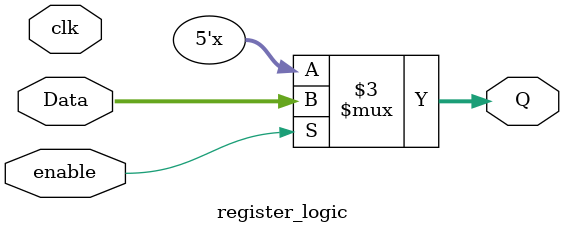
<source format=sv>
module register_logic( 
  input clk,  
  input enable ,  
  input [4:0] Data ,   
  output reg [4:0]  Q ) ;    
  
//  on  real  FPGA  board  which  has  clk  signal,  we  use  the  following  always 
//statement: 
//  always @(posedge clk )   
//  begin   
//   if ( enable) begin  
//   Q = Data;   
//  end   
//  end   
// endmodule 
 
// for simulation, we force the statement to execute without clk signal: 
always @(*) begin  
    if ( enable) begin  
          Q = Data;   
          end   
end   
 
endmodule 
</source>
